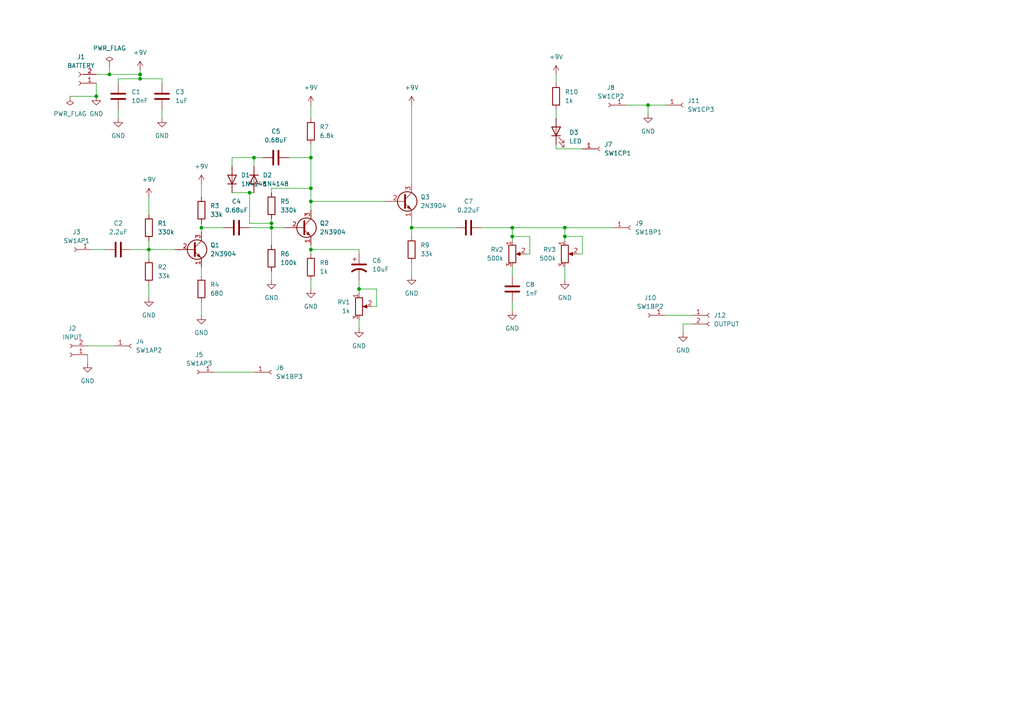
<source format=kicad_sch>
(kicad_sch (version 20211123) (generator eeschema)
  (paper "A4")
  (title_block (title "Overdrive Pedal") (date "2022-08-01") (rev "1.0"))
  (lib_symbols
    (symbol "Connector:Conn_01x01_Female" (pin_names (offset 1.016) hide)
      (property "Reference" "J" (at 0 2.54 0))
      (property "Value" "Conn_01x01_Female" (at 0 -2.54 0))
      (symbol "Conn_01x01_Female_1_1"
        (polyline (pts (xy -1.27 0) (xy -0.508 0)) (stroke (width 0.1524)))
        (arc (start 0 0.508) (mid -0.508 0) (end 0 -0.508) (stroke (width 0.1524)))
        (pin passive line (at -5.08 0 0) (length 3.81) (name "Pin_1") (number "1"))
      )
    )
    (symbol "Connector:Conn_01x02_Female" (pin_names (offset 1.016) hide)
      (property "Reference" "J" (at 0 2.54 0))
      (property "Value" "Conn_01x02_Female" (at 0 -5.08 0))
      (symbol "Conn_01x02_Female_1_1"
        (arc (start 0 -2.032) (mid -0.508 -2.54) (end 0 -3.048) (stroke (width 0.1524)))
        (polyline (pts (xy -1.27 -2.54) (xy -0.508 -2.54)) (stroke (width 0.1524)))
        (polyline (pts (xy -1.27 0) (xy -0.508 0)) (stroke (width 0.1524)))
        (arc (start 0 0.508) (mid -0.508 0) (end 0 -0.508) (stroke (width 0.1524)))
        (pin passive line (at -5.08 0 0) (length 3.81) (name "Pin_1") (number "1"))
        (pin passive line (at -5.08 -2.54 0) (length 3.81) (name "Pin_2") (number "2"))
      )
    )
    (symbol "Device:C" (pin_numbers hide) (pin_names (offset 0.254))
      (property "Reference" "C" (at 0.635 2.54 0))
      (property "Value" "C" (at 0.635 -2.54 0))
      (symbol "C_0_1"
        (polyline (pts (xy -2.032 -0.762) (xy 2.032 -0.762)) (stroke (width 0.508)))
        (polyline (pts (xy -2.032 0.762) (xy 2.032 0.762)) (stroke (width 0.508)))
      )
      (symbol "C_1_1"
        (pin passive line (at 0 3.81 270) (length 2.794) (name "~") (number "1"))
        (pin passive line (at 0 -3.81 90) (length 2.794) (name "~") (number "2"))
      )
    )
    (symbol "Device:C_Polarized_US" (pin_numbers hide) (pin_names (offset 0.254) hide)
      (property "Reference" "C" (at 0.635 2.54 0))
      (property "Value" "C_Polarized_US" (at 0.635 -2.54 0))
      (symbol "C_Polarized_US_0_1"
        (polyline (pts (xy -2.032 0.762) (xy 2.032 0.762)) (stroke (width 0.508)))
        (polyline (pts (xy -1.778 2.286) (xy -0.762 2.286)))
        (polyline (pts (xy -1.27 1.778) (xy -1.27 2.794)))
        (arc (start 2.032 -1.27) (mid 0 -0.5572) (end -2.032 -1.27) (stroke (width 0.508)))
      )
      (symbol "C_Polarized_US_1_1"
        (pin passive line (at 0 3.81 270) (length 2.794) (name "~") (number "1"))
        (pin passive line (at 0 -3.81 90) (length 3.302) (name "~") (number "2"))
      )
    )
    (symbol "Device:LED" (pin_numbers hide) (pin_names (offset 1.016) hide)
      (property "Reference" "D" (at 0 2.54 0))
      (property "Value" "LED" (at 0 -2.54 0))
      (symbol "LED_0_1"
        (polyline (pts (xy -1.27 -1.27) (xy -1.27 1.27)) (stroke (width 0.254)))
        (polyline (pts (xy -1.27 0) (xy 1.27 0)))
        (polyline (pts (xy 1.27 -1.27) (xy 1.27 1.27) (xy -1.27 0) (xy 1.27 -1.27)) (stroke (width 0.254)))
        (polyline (pts (xy -3.048 -0.762) (xy -4.572 -2.286) (xy -3.81 -2.286) (xy -4.572 -2.286) (xy -4.572 -1.524)))
        (polyline (pts (xy -1.778 -0.762) (xy -3.302 -2.286) (xy -2.54 -2.286) (xy -3.302 -2.286) (xy -3.302 -1.524)))
      )
      (symbol "LED_1_1"
        (pin passive line (at -3.81 0 0) (length 2.54) (name "K") (number "1"))
        (pin passive line (at 3.81 0 180) (length 2.54) (name "A") (number "2"))
      )
    )
    (symbol "Device:R" (pin_numbers hide) (pin_names (offset 0))
      (property "Reference" "R" (at 2.032 0 90))
      (property "Value" "R" (at 0 0 90))
      (symbol "R_0_1"
        (rectangle (start -1.016 -2.54) (end 1.016 2.54) (stroke (width 0.254)))
      )
      (symbol "R_1_1"
        (pin passive line (at 0 3.81 270) (length 1.27) (name "~") (number "1"))
        (pin passive line (at 0 -3.81 90) (length 1.27) (name "~") (number "2"))
      )
    )
    (symbol "Device:R_Potentiometer" (pin_names (offset 1.016) hide)
      (property "Reference" "RV" (at -4.445 0 90))
      (property "Value" "R_Potentiometer" (at -2.54 0 90))
      (symbol "R_Potentiometer_0_1"
        (polyline (pts (xy 2.54 0) (xy 1.524 0)))
        (polyline (pts (xy 1.143 0) (xy 2.286 0.508) (xy 2.286 -0.508) (xy 1.143 0)) (fill (type outline)))
        (rectangle (start 1.016 2.54) (end -1.016 -2.54) (stroke (width 0.254)))
      )
      (symbol "R_Potentiometer_1_1"
        (pin passive line (at 0 3.81 270) (length 1.27) (name "1") (number "1"))
        (pin passive line (at 3.81 0 180) (length 1.27) (name "2") (number "2"))
        (pin passive line (at 0 -3.81 90) (length 1.27) (name "3") (number "3"))
      )
    )
    (symbol "Diode:1N4148" (pin_numbers hide) (pin_names (offset 1.016) hide)
      (property "Reference" "D" (at 0 2.54 0))
      (property "Value" "1N4148" (at 0 -2.54 0))
      (symbol "1N4148_0_1"
        (polyline (pts (xy -1.27 1.27) (xy -1.27 -1.27)) (stroke (width 0.254)))
        (polyline (pts (xy 1.27 0) (xy -1.27 0)))
        (polyline (pts (xy 1.27 1.27) (xy 1.27 -1.27) (xy -1.27 0) (xy 1.27 1.27)) (stroke (width 0.254)))
      )
      (symbol "1N4148_1_1"
        (pin passive line (at -3.81 0 0) (length 2.54) (name "K") (number "1"))
        (pin passive line (at 3.81 0 180) (length 2.54) (name "A") (number "2"))
      )
    )
    (symbol "Transistor_BJT:2N3904" (pin_names (offset 0) hide)
      (property "Reference" "Q" (at 5.08 1.905 0))
      (property "Value" "2N3904" (at 5.08 0 0))
      (symbol "2N3904_0_1"
        (polyline (pts (xy 0.635 0.635) (xy 2.54 2.54)))
        (polyline (pts (xy 0.635 -0.635) (xy 2.54 -2.54) (xy 2.54 -2.54)))
        (polyline (pts (xy 0.635 1.905) (xy 0.635 -1.905) (xy 0.635 -1.905)) (stroke (width 0.508)))
        (polyline (pts (xy 1.27 -1.778) (xy 1.778 -1.27) (xy 2.286 -2.286) (xy 1.27 -1.778) (xy 1.27 -1.778)) (fill (type outline)))
        (circle (center 1.27 0) (radius 2.8194) (stroke (width 0.254)))
      )
      (symbol "2N3904_1_1"
        (pin passive line (at 2.54 -5.08 90) (length 2.54) (name "E") (number "1"))
        (pin passive line (at -5.08 0 0) (length 5.715) (name "B") (number "2"))
        (pin passive line (at 2.54 5.08 270) (length 2.54) (name "C") (number "3"))
      )
    )
    (symbol "power:+9V" (power) (pin_names (offset 0))
      (property "Value" "+9V" (at 0 3.556 0))
      (symbol "+9V_0_1"
        (polyline (pts (xy -0.762 1.27) (xy 0 2.54)))
        (polyline (pts (xy 0 0) (xy 0 2.54)))
        (polyline (pts (xy 0 2.54) (xy 0.762 1.27)))
      )
      (symbol "+9V_1_1"
        (pin power_in line (at 0 0 90) (length 0) hide (name "+9V") (number "1"))
      )
    )
    (symbol "power:GND" (power) (pin_names (offset 0))
      (property "Value" "GND" (at 0 -3.81 0))
      (symbol "GND_0_1"
        (polyline (pts (xy 0 0) (xy 0 -1.27) (xy 1.27 -1.27) (xy 0 -2.54) (xy -1.27 -1.27) (xy 0 -1.27)))
      )
      (symbol "GND_1_1"
        (pin power_in line (at 0 0 270) (length 0) hide (name "GND") (number "1"))
      )
    )
    (symbol "power:PWR_FLAG" (power) (pin_numbers hide) (pin_names (offset 0) hide)
      (property "Value" "PWR_FLAG" (at 0 3.81 0))
      (symbol "PWR_FLAG_0_0"
        (pin power_out line (at 0 0 90) (length 0) (name "pwr") (number "1"))
      )
      (symbol "PWR_FLAG_0_1"
        (polyline (pts (xy 0 0) (xy 0 1.27) (xy -1.016 1.905) (xy 0 2.54) (xy 1.016 1.905) (xy 0 1.27)))
      )
    )
  )
  (junction (at 148.59 66.04))
  (junction (at 72.39 55.88))
  (junction (at 40.64 22.86))
  (junction (at 40.64 21.59))
  (junction (at 31.75 21.59))
  (junction (at 78.74 64.77))
  (junction (at 27.94 27.94))
  (junction (at 90.17 72.39))
  (junction (at 163.83 66.04))
  (junction (at 90.17 58.42))
  (junction (at 119.38 66.04))
  (junction (at 78.74 66.04))
  (junction (at 43.18 72.39))
  (junction (at 58.42 66.04))
  (junction (at 104.14 83.82))
  (junction (at 90.17 54.61))
  (junction (at 187.96 30.48))
  (junction (at 90.17 45.72))
  (junction (at 73.66 45.72))
  (junction (at 148.59 68.58))
  (junction (at 163.83 68.58))
  (wire (pts (xy 78.74 66.04) (xy 82.55 66.04)))
  (wire (pts (xy 104.14 81.28) (xy 104.14 83.82)))
  (wire (pts (xy 90.17 72.39) (xy 90.17 73.66)))
  (wire (pts (xy 40.64 21.59) (xy 40.64 22.86)))
  (wire (pts (xy 78.74 54.61) (xy 90.17 54.61)))
  (wire (pts (xy 109.22 83.82) (xy 109.22 88.9)))
  (wire (pts (xy 27.94 24.13) (xy 27.94 27.94)))
  (wire (pts (xy 119.38 63.5) (xy 119.38 66.04)))
  (wire (pts (xy 67.31 55.88) (xy 72.39 55.88)))
  (wire (pts (xy 163.83 66.04) (xy 177.8 66.04)))
  (wire (pts (xy 58.42 87.63) (xy 58.42 91.44)))
  (wire (pts (xy 25.4 100.33) (xy 33.02 100.33)))
  (wire (pts (xy 148.59 68.58) (xy 153.67 68.58)))
  (wire (pts (xy 119.38 66.04) (xy 119.38 68.58)))
  (wire (pts (xy 78.74 63.5) (xy 78.74 64.77)))
  (wire (pts (xy 168.91 68.58) (xy 168.91 73.66)))
  (wire (pts (xy 163.83 66.04) (xy 163.83 68.58)))
  (wire (pts (xy 104.14 83.82) (xy 104.14 85.09)))
  (wire (pts (xy 78.74 66.04) (xy 78.74 71.12)))
  (wire (pts (xy 163.83 68.58) (xy 168.91 68.58)))
  (wire (pts (xy 161.29 21.59) (xy 161.29 24.13)))
  (wire (pts (xy 163.83 77.47) (xy 163.83 81.28)))
  (wire (pts (xy 90.17 71.12) (xy 90.17 72.39)))
  (wire (pts (xy 43.18 69.85) (xy 43.18 72.39)))
  (wire (pts (xy 187.96 30.48) (xy 193.04 30.48)))
  (wire (pts (xy 78.74 78.74) (xy 78.74 81.28)))
  (wire (pts (xy 90.17 81.28) (xy 90.17 83.82)))
  (wire (pts (xy 139.7 66.04) (xy 148.59 66.04)))
  (wire (pts (xy 119.38 66.04) (xy 132.08 66.04)))
  (wire (pts (xy 200.66 93.98) (xy 198.12 93.98)))
  (wire (pts (xy 72.39 64.77) (xy 78.74 64.77)))
  (wire (pts (xy 148.59 77.47) (xy 148.59 80.01)))
  (wire (pts (xy 163.83 68.58) (xy 163.83 69.85)))
  (wire (pts (xy 78.74 64.77) (xy 78.74 66.04)))
  (wire (pts (xy 43.18 57.15) (xy 43.18 62.23)))
  (wire (pts (xy 73.66 45.72) (xy 67.31 45.72)))
  (wire (pts (xy 119.38 76.2) (xy 119.38 80.01)))
  (wire (pts (xy 161.29 43.18) (xy 168.91 43.18)))
  (wire (pts (xy 83.82 45.72) (xy 90.17 45.72)))
  (wire (pts (xy 148.59 66.04) (xy 148.59 68.58)))
  (wire (pts (xy 43.18 72.39) (xy 50.8 72.39)))
  (wire (pts (xy 38.1 72.39) (xy 43.18 72.39)))
  (wire (pts (xy 153.67 68.58) (xy 153.67 73.66)))
  (wire (pts (xy 58.42 53.34) (xy 58.42 57.15)))
  (wire (pts (xy 20.32 27.94) (xy 27.94 27.94)))
  (wire (pts (xy 26.67 72.39) (xy 30.48 72.39)))
  (wire (pts (xy 72.39 55.88) (xy 73.66 55.88)))
  (wire (pts (xy 104.14 92.71) (xy 104.14 95.25)))
  (wire (pts (xy 43.18 82.55) (xy 43.18 86.36)))
  (wire (pts (xy 58.42 66.04) (xy 58.42 67.31)))
  (wire (pts (xy 90.17 58.42) (xy 90.17 60.96)))
  (wire (pts (xy 152.4 73.66) (xy 153.67 73.66)))
  (wire (pts (xy 187.96 30.48) (xy 187.96 33.02)))
  (wire (pts (xy 161.29 41.91) (xy 161.29 43.18)))
  (wire (pts (xy 46.99 31.75) (xy 46.99 34.29)))
  (wire (pts (xy 34.29 31.75) (xy 34.29 34.29)))
  (wire (pts (xy 90.17 30.48) (xy 90.17 34.29)))
  (wire (pts (xy 34.29 22.86) (xy 40.64 22.86)))
  (wire (pts (xy 72.39 66.04) (xy 78.74 66.04)))
  (wire (pts (xy 67.31 45.72) (xy 67.31 48.26)))
  (wire (pts (xy 198.12 93.98) (xy 198.12 96.52)))
  (wire (pts (xy 167.64 73.66) (xy 168.91 73.66)))
  (wire (pts (xy 90.17 41.91) (xy 90.17 45.72)))
  (wire (pts (xy 90.17 45.72) (xy 90.17 54.61)))
  (wire (pts (xy 58.42 66.04) (xy 64.77 66.04)))
  (wire (pts (xy 78.74 55.88) (xy 78.74 54.61)))
  (wire (pts (xy 161.29 31.75) (xy 161.29 34.29)))
  (wire (pts (xy 148.59 87.63) (xy 148.59 90.17)))
  (wire (pts (xy 104.14 72.39) (xy 104.14 73.66)))
  (wire (pts (xy 90.17 58.42) (xy 111.76 58.42)))
  (wire (pts (xy 193.04 91.44) (xy 200.66 91.44)))
  (wire (pts (xy 31.75 19.05) (xy 31.75 21.59)))
  (wire (pts (xy 43.18 72.39) (xy 43.18 74.93)))
  (wire (pts (xy 31.75 21.59) (xy 40.64 21.59)))
  (wire (pts (xy 25.4 102.87) (xy 25.4 105.41)))
  (wire (pts (xy 90.17 72.39) (xy 104.14 72.39)))
  (wire (pts (xy 58.42 77.47) (xy 58.42 80.01)))
  (wire (pts (xy 148.59 66.04) (xy 163.83 66.04)))
  (wire (pts (xy 107.95 88.9) (xy 109.22 88.9)))
  (wire (pts (xy 40.64 22.86) (xy 46.99 22.86)))
  (wire (pts (xy 119.38 30.48) (xy 119.38 53.34)))
  (wire (pts (xy 27.94 21.59) (xy 31.75 21.59)))
  (wire (pts (xy 34.29 24.13) (xy 34.29 22.86)))
  (wire (pts (xy 62.23 107.95) (xy 73.66 107.95)))
  (wire (pts (xy 90.17 54.61) (xy 90.17 58.42)))
  (wire (pts (xy 76.2 45.72) (xy 73.66 45.72)))
  (wire (pts (xy 58.42 64.77) (xy 58.42 66.04)))
  (wire (pts (xy 148.59 68.58) (xy 148.59 69.85)))
  (wire (pts (xy 73.66 45.72) (xy 73.66 48.26)))
  (wire (pts (xy 104.14 83.82) (xy 109.22 83.82)))
  (wire (pts (xy 46.99 22.86) (xy 46.99 24.13)))
  (wire (pts (xy 181.61 30.48) (xy 187.96 30.48)))
  (wire (pts (xy 72.39 55.88) (xy 72.39 64.77)))
  (wire (pts (xy 40.64 20.32) (xy 40.64 21.59)))
  (symbol (lib_id "power:PWR_FLAG") (at 20.32 27.94 180) (unit 1)
    (property "Reference" "#FLG01" (effects hide))
    (property "Value" "PWR_FLAG" (at 20.32 33.02 0))
  )
  (symbol (lib_id "Device:C") (at 34.29 72.39 270) (unit 1)
    (property "Reference" "C2" (at 34.29 64.77 90))
    (property "Value" "2.2uF" (at 34.29 67.31 90))
    (property "Footprint" "Capacitor_THT:C_Disc_D3.0mm_W1.6mm_P2.50mm" (effects hide))
  )
  (symbol (lib_id "Connector:Conn_01x01_Female") (at 173.99 43.18 0) (unit 1)
    (property "Reference" "J7" (at 175.26 41.9099 0) (effects (justify left)))
    (property "Value" "SW1CP1" (at 175.26 44.4499 0) (effects (justify left)))
    (property "Footprint" "Connector_Pin:Pin_D1.0mm_L10.0mm" (effects hide))
  )
  (symbol (lib_id "Device:R") (at 78.74 74.93 0) (unit 1)
    (property "Reference" "R6" (at 81.28 73.6599 0) (effects (justify left)))
    (property "Value" "100k" (at 81.28 76.1999 0) (effects (justify left)))
    (property "Footprint" "Resistor_THT:R_Axial_DIN0309_L9.0mm_D3.2mm_P12.70mm_Horizontal" (effects hide))
  )
  (symbol (lib_id "power:GND") (at 27.94 27.94 0) (unit 1)
    (property "Reference" "#PWR01" (effects hide))
    (property "Value" "GND" (at 27.94 33.02 0))
  )
  (symbol (lib_id "Device:C") (at 148.59 83.82 0) (unit 1)
    (property "Reference" "C8" (at 152.4 82.5499 0) (effects (justify left)))
    (property "Value" "1nF" (at 152.4 85.0899 0) (effects (justify left)))
    (property "Footprint" "Capacitor_THT:C_Disc_D3.0mm_W1.6mm_P2.50mm" (effects hide))
  )
  (symbol (lib_id "Device:R") (at 119.38 72.39 0) (unit 1)
    (property "Reference" "R9" (at 121.92 71.1199 0) (effects (justify left)))
    (property "Value" "33k" (at 121.92 73.6599 0) (effects (justify left)))
    (property "Footprint" "Resistor_THT:R_Axial_DIN0309_L9.0mm_D3.2mm_P12.70mm_Horizontal" (effects hide))
  )
  (symbol (lib_id "power:+9V") (at 90.17 30.48 0) (unit 1)
    (property "Reference" "#PWR011" (effects hide))
    (property "Value" "+9V" (at 90.17 25.4 0))
  )
  (symbol (lib_id "Connector:Conn_01x01_Female") (at 78.74 107.95 0) (unit 1)
    (property "Reference" "J6" (at 80.01 106.6799 0) (effects (justify left)))
    (property "Value" "SW1BP3" (at 80.01 109.2199 0) (effects (justify left)))
    (property "Footprint" "Connector_Pin:Pin_D1.0mm_L10.0mm" (effects hide))
  )
  (symbol (lib_id "Device:R") (at 90.17 38.1 0) (unit 1)
    (property "Reference" "R7" (at 92.71 36.8299 0) (effects (justify left)))
    (property "Value" "6.8k" (at 92.71 39.3699 0) (effects (justify left)))
    (property "Footprint" "Resistor_THT:R_Axial_DIN0309_L9.0mm_D3.2mm_P12.70mm_Horizontal" (effects hide))
  )
  (symbol (lib_id "power:GND") (at 119.38 80.01 0) (unit 1)
    (property "Reference" "#PWR015" (effects hide))
    (property "Value" "GND" (at 119.38 85.09 0))
  )
  (symbol (lib_id "Diode:1N4148") (at 67.31 52.07 90) (unit 1)
    (property "Reference" "D1" (at 69.85 50.7999 90) (effects (justify right)))
    (property "Value" "1N4148" (at 69.85 53.3399 90) (effects (justify right)))
    (property "Footprint" "Diode_THT:D_DO-35_SOD27_P7.62mm_Horizontal" (effects hide))
    (property "Datasheet" "https://assets.nexperia.com/documents/data-sheet/1N4148_1N4448.pdf" (effects hide))
  )
  (symbol (lib_id "Connector:Conn_01x01_Female") (at 198.12 30.48 0) (unit 1)
    (property "Reference" "J11" (at 199.39 29.2099 0) (effects (justify left)))
    (property "Value" "SW1CP3" (at 199.39 31.7499 0) (effects (justify left)))
    (property "Footprint" "Connector_Pin:Pin_D1.0mm_L10.0mm" (effects hide))
  )
  (symbol (lib_id "Device:R") (at 161.29 27.94 0) (unit 1)
    (property "Reference" "R10" (at 163.83 26.6699 0) (effects (justify left)))
    (property "Value" "1k" (at 163.83 29.2099 0) (effects (justify left)))
    (property "Footprint" "Resistor_THT:R_Axial_DIN0309_L9.0mm_D3.2mm_P12.70mm_Horizontal" (effects hide))
  )
  (symbol (lib_id "Connector:Conn_01x01_Female") (at 57.15 107.95 180) (unit 1)
    (property "Reference" "J5" (at 57.785 102.87 0))
    (property "Value" "SW1AP3" (at 57.785 105.41 0))
    (property "Footprint" "Connector_Pin:Pin_D1.0mm_L10.0mm" (effects hide))
  )
  (symbol (lib_id "power:+9V") (at 43.18 57.15 0) (unit 1)
    (property "Reference" "#PWR06" (effects hide))
    (property "Value" "+9V" (at 43.18 52.07 0))
  )
  (symbol (lib_id "power:GND") (at 198.12 96.52 0) (unit 1)
    (property "Reference" "#PWR020" (effects hide))
    (property "Value" "GND" (at 198.12 101.6 0))
  )
  (symbol (lib_id "power:+9V") (at 119.38 30.48 0) (unit 1)
    (property "Reference" "#PWR014" (effects hide))
    (property "Value" "+9V" (at 119.38 25.4 0))
  )
  (symbol (lib_id "Device:C_Polarized_US") (at 104.14 77.47 0) (unit 1)
    (property "Reference" "C6" (at 107.95 75.5649 0) (effects (justify left)))
    (property "Value" "10uF" (at 107.95 78.1049 0) (effects (justify left)))
    (property "Footprint" "Capacitor_THT:CP_Radial_D4.0mm_P2.00mm" (effects hide))
  )
  (symbol (lib_id "Device:R") (at 58.42 60.96 0) (unit 1)
    (property "Reference" "R3" (at 60.96 59.6899 0) (effects (justify left)))
    (property "Value" "33k" (at 60.96 62.2299 0) (effects (justify left)))
    (property "Footprint" "Resistor_THT:R_Axial_DIN0309_L9.0mm_D3.2mm_P12.70mm_Horizontal" (effects hide))
  )
  (symbol (lib_id "power:GND") (at 187.96 33.02 0) (unit 1)
    (property "Reference" "#PWR019" (effects hide))
    (property "Value" "GND" (at 187.96 38.1 0))
  )
  (symbol (lib_id "power:+9V") (at 161.29 21.59 0) (unit 1)
    (property "Reference" "#PWR017" (effects hide))
    (property "Value" "+9V" (at 161.29 16.51 0))
  )
  (symbol (lib_id "Transistor_BJT:2N3904") (at 55.88 72.39 0) (unit 1)
    (property "Reference" "Q1" (at 60.96 71.1199 0) (effects (justify left)))
    (property "Value" "2N3904" (at 60.96 73.6599 0) (effects (justify left)))
    (property "Footprint" "Package_TO_SOT_THT:TO-92_Inline" (effects hide))
    (property "Datasheet" "https://www.onsemi.com/pub/Collateral/2N3903-D.PDF" (effects hide))
  )
  (symbol (lib_id "Connector:Conn_01x02_Female") (at 205.74 91.44 0) (unit 1)
    (property "Reference" "J12" (at 207.01 91.4399 0) (effects (justify left)))
    (property "Value" "OUTPUT" (at 207.01 93.9799 0) (effects (justify left)))
    (property "Footprint" "Connector_PinSocket_2.54mm:PinSocket_1x02_P2.54mm_Vertical" (effects hide))
  )
  (symbol (lib_id "Device:R_Potentiometer") (at 163.83 73.66 0) (unit 1)
    (property "Reference" "RV3" (at 161.29 72.3899 0) (effects (justify right)))
    (property "Value" "500k" (at 161.29 74.9299 0) (effects (justify right)))
    (property "Footprint" "Potentiometer_THT:Potentiometer_Bourns_3386C_Horizontal" (effects hide))
  )
  (symbol (lib_id "Device:C") (at 34.29 27.94 0) (unit 1)
    (property "Reference" "C1" (at 38.1 26.6699 0) (effects (justify left)))
    (property "Value" "10nF" (at 38.1 29.2099 0) (effects (justify left)))
    (property "Footprint" "Capacitor_THT:C_Disc_D3.0mm_W1.6mm_P2.50mm" (effects hide))
  )
  (symbol (lib_id "power:GND") (at 104.14 95.25 0) (unit 1)
    (property "Reference" "#PWR013" (effects hide))
    (property "Value" "GND" (at 104.14 100.33 0))
  )
  (symbol (lib_id "power:GND") (at 46.99 34.29 0) (unit 1)
    (property "Reference" "#PWR05" (effects hide))
    (property "Value" "GND" (at 46.99 39.37 0))
  )
  (symbol (lib_id "Device:R_Potentiometer") (at 148.59 73.66 0) (unit 1)
    (property "Reference" "RV2" (at 146.05 72.3899 0) (effects (justify right)))
    (property "Value" "500k" (at 146.05 74.9299 0) (effects (justify right)))
    (property "Footprint" "Potentiometer_THT:Potentiometer_Bourns_3386C_Horizontal" (effects hide))
  )
  (symbol (lib_id "Device:C") (at 68.58 66.04 270) (unit 1)
    (property "Reference" "C4" (at 68.58 58.42 90))
    (property "Value" "0.68uF" (at 68.58 60.96 90))
    (property "Footprint" "Capacitor_THT:C_Disc_D3.0mm_W1.6mm_P2.50mm" (effects hide))
  )
  (symbol (lib_id "power:PWR_FLAG") (at 31.75 19.05 0) (unit 1)
    (property "Reference" "#FLG02" (effects hide))
    (property "Value" "PWR_FLAG" (at 31.75 13.97 0))
  )
  (symbol (lib_id "Connector:Conn_01x01_Female") (at 182.88 66.04 0) (unit 1)
    (property "Reference" "J9" (at 184.15 64.7699 0) (effects (justify left)))
    (property "Value" "SW1BP1" (at 184.15 67.3099 0) (effects (justify left)))
    (property "Footprint" "Connector_Pin:Pin_D1.0mm_L10.0mm" (effects hide))
  )
  (symbol (lib_id "Device:R") (at 43.18 78.74 0) (unit 1)
    (property "Reference" "R2" (at 45.72 77.4699 0) (effects (justify left)))
    (property "Value" "33k" (at 45.72 80.0099 0) (effects (justify left)))
    (property "Footprint" "Resistor_THT:R_Axial_DIN0309_L9.0mm_D3.2mm_P12.70mm_Horizontal" (effects hide))
  )
  (symbol (lib_id "power:+9V") (at 58.42 53.34 0) (unit 1)
    (property "Reference" "#PWR08" (effects hide))
    (property "Value" "+9V" (at 58.42 48.26 0))
  )
  (symbol (lib_id "power:GND") (at 34.29 34.29 0) (unit 1)
    (property "Reference" "#PWR03" (effects hide))
    (property "Value" "GND" (at 34.29 39.37 0))
  )
  (symbol (lib_id "Transistor_BJT:2N3904") (at 116.84 58.42 0) (unit 1)
    (property "Reference" "Q3" (at 121.92 57.1499 0) (effects (justify left)))
    (property "Value" "2N3904" (at 121.92 59.6899 0) (effects (justify left)))
    (property "Footprint" "Package_TO_SOT_THT:TO-92_Inline" (effects hide))
    (property "Datasheet" "https://www.onsemi.com/pub/Collateral/2N3903-D.PDF" (effects hide))
  )
  (symbol (lib_id "Connector:Conn_01x01_Female") (at 176.53 30.48 180) (unit 1)
    (property "Reference" "J8" (at 177.165 25.4 0))
    (property "Value" "SW1CP2" (at 177.165 27.94 0))
    (property "Footprint" "Connector_Pin:Pin_D1.0mm_L10.0mm" (effects hide))
  )
  (symbol (lib_id "Connector:Conn_01x02_Female") (at 20.32 102.87 180) (unit 1)
    (property "Reference" "J2" (at 20.955 95.25 0))
    (property "Value" "INPUT" (at 20.955 97.79 0))
    (property "Footprint" "Connector_PinSocket_2.54mm:PinSocket_1x02_P2.54mm_Vertical" (effects hide))
  )
  (symbol (lib_id "power:GND") (at 78.74 81.28 0) (unit 1)
    (property "Reference" "#PWR010" (effects hide))
    (property "Value" "GND" (at 78.74 86.36 0))
  )
  (symbol (lib_id "Device:C") (at 135.89 66.04 270) (unit 1)
    (property "Reference" "C7" (at 135.89 58.42 90))
    (property "Value" "0.22uF" (at 135.89 60.96 90))
    (property "Footprint" "Capacitor_THT:C_Disc_D3.0mm_W1.6mm_P2.50mm" (effects hide))
  )
  (symbol (lib_id "power:GND") (at 90.17 83.82 0) (unit 1)
    (property "Reference" "#PWR012" (effects hide))
    (property "Value" "GND" (at 90.17 88.9 0))
  )
  (symbol (lib_id "power:GND") (at 43.18 86.36 0) (unit 1)
    (property "Reference" "#PWR07" (effects hide))
    (property "Value" "GND" (at 43.18 91.44 0))
  )
  (symbol (lib_id "Connector:Conn_01x01_Female") (at 187.96 91.44 180) (unit 1)
    (property "Reference" "J10" (at 188.595 86.36 0))
    (property "Value" "SW1BP2" (at 188.595 88.9 0))
    (property "Footprint" "Connector_Pin:Pin_D1.0mm_L10.0mm" (effects hide))
  )
  (symbol (lib_id "Diode:1N4148") (at 73.66 52.07 270) (unit 1)
    (property "Reference" "D2" (at 76.2 50.7999 90) (effects (justify left)))
    (property "Value" "1N4148" (at 76.2 53.3399 90) (effects (justify left)))
    (property "Footprint" "Diode_THT:D_DO-35_SOD27_P7.62mm_Horizontal" (effects hide))
    (property "Datasheet" "https://assets.nexperia.com/documents/data-sheet/1N4148_1N4448.pdf" (effects hide))
  )
  (symbol (lib_id "Device:R_Potentiometer") (at 104.14 88.9 0) (unit 1)
    (property "Reference" "RV1" (at 101.6 87.6299 0) (effects (justify right)))
    (property "Value" "1k" (at 101.6 90.1699 0) (effects (justify right)))
    (property "Footprint" "Potentiometer_THT:Potentiometer_Bourns_3386C_Horizontal" (effects hide))
  )
  (symbol (lib_id "power:GND") (at 25.4 105.41 0) (unit 1)
    (property "Reference" "#PWR02" (effects hide))
    (property "Value" "GND" (at 25.4 110.49 0))
  )
  (symbol (lib_id "Device:R") (at 58.42 83.82 0) (unit 1)
    (property "Reference" "R4" (at 60.96 82.5499 0) (effects (justify left)))
    (property "Value" "680" (at 60.96 85.0899 0) (effects (justify left)))
    (property "Footprint" "Resistor_THT:R_Axial_DIN0309_L9.0mm_D3.2mm_P12.70mm_Horizontal" (effects hide))
  )
  (symbol (lib_id "Device:C") (at 46.99 27.94 0) (unit 1)
    (property "Reference" "C3" (at 50.8 26.6699 0) (effects (justify left)))
    (property "Value" "1uF" (at 50.8 29.2099 0) (effects (justify left)))
    (property "Footprint" "Capacitor_THT:C_Disc_D3.0mm_W1.6mm_P2.50mm" (effects hide))
  )
  (symbol (lib_id "Connector:Conn_01x01_Female") (at 21.59 72.39 180) (unit 1)
    (property "Reference" "J3" (at 22.225 67.31 0))
    (property "Value" "SW1AP1" (at 22.225 69.85 0))
    (property "Footprint" "Connector_Pin:Pin_D1.0mm_L10.0mm" (effects hide))
  )
  (symbol (lib_id "Device:R") (at 43.18 66.04 0) (unit 1)
    (property "Reference" "R1" (at 45.72 64.7699 0) (effects (justify left)))
    (property "Value" "330k" (at 45.72 67.3099 0) (effects (justify left)))
    (property "Footprint" "Resistor_THT:R_Axial_DIN0309_L9.0mm_D3.2mm_P12.70mm_Horizontal" (effects hide))
  )
  (symbol (lib_id "Connector:Conn_01x02_Female") (at 22.86 24.13 180) (unit 1)
    (property "Reference" "J1" (at 23.495 16.51 0))
    (property "Value" "BATTERY" (at 23.495 19.05 0))
    (property "Footprint" "Connector_PinSocket_2.54mm:PinSocket_1x02_P2.54mm_Vertical" (effects hide))
  )
  (symbol (lib_id "Device:R") (at 78.74 59.69 0) (unit 1)
    (property "Reference" "R5" (at 81.28 58.4199 0) (effects (justify left)))
    (property "Value" "330k" (at 81.28 60.9599 0) (effects (justify left)))
    (property "Footprint" "Resistor_THT:R_Axial_DIN0309_L9.0mm_D3.2mm_P12.70mm_Horizontal" (effects hide))
  )
  (symbol (lib_id "power:+9V") (at 40.64 20.32 0) (unit 1)
    (property "Reference" "#PWR04" (effects hide))
    (property "Value" "+9V" (at 40.64 15.24 0))
  )
  (symbol (lib_id "power:GND") (at 148.59 90.17 0) (unit 1)
    (property "Reference" "#PWR016" (effects hide))
    (property "Value" "GND" (at 148.59 95.25 0))
  )
  (symbol (lib_id "Device:R") (at 90.17 77.47 0) (unit 1)
    (property "Reference" "R8" (at 92.71 76.1999 0) (effects (justify left)))
    (property "Value" "1k" (at 92.71 78.7399 0) (effects (justify left)))
    (property "Footprint" "Resistor_THT:R_Axial_DIN0309_L9.0mm_D3.2mm_P12.70mm_Horizontal" (effects hide))
  )
  (symbol (lib_id "Device:LED") (at 161.29 38.1 90) (unit 1)
    (property "Reference" "D3" (at 165.1 38.4174 90) (effects (justify right)))
    (property "Value" "LED" (at 165.1 40.9574 90) (effects (justify right)))
    (property "Footprint" "LED_THT:LED_D3.0mm" (effects hide))
  )
  (symbol (lib_id "power:GND") (at 58.42 91.44 0) (unit 1)
    (property "Reference" "#PWR09" (effects hide))
    (property "Value" "GND" (at 58.42 96.52 0))
  )
  (symbol (lib_id "Device:C") (at 80.01 45.72 270) (unit 1)
    (property "Reference" "C5" (at 80.01 38.1 90))
    (property "Value" "0.68uF" (at 80.01 40.64 90))
    (property "Footprint" "Capacitor_THT:C_Disc_D3.0mm_W1.6mm_P2.50mm" (effects hide))
  )
  (symbol (lib_id "Transistor_BJT:2N3904") (at 87.63 66.04 0) (unit 1)
    (property "Reference" "Q2" (at 92.71 64.7699 0) (effects (justify left)))
    (property "Value" "2N3904" (at 92.71 67.3099 0) (effects (justify left)))
    (property "Footprint" "Package_TO_SOT_THT:TO-92_Inline" (effects hide))
    (property "Datasheet" "https://www.onsemi.com/pub/Collateral/2N3903-D.PDF" (effects hide))
  )
  (symbol (lib_id "power:GND") (at 163.83 81.28 0) (unit 1)
    (property "Reference" "#PWR018" (effects hide))
    (property "Value" "GND" (at 163.83 86.36 0))
  )
  (symbol (lib_id "Connector:Conn_01x01_Female") (at 38.1 100.33 0) (unit 1)
    (property "Reference" "J4" (at 39.37 99.0599 0) (effects (justify left)))
    (property "Value" "SW1AP2" (at 39.37 101.5999 0) (effects (justify left)))
    (property "Footprint" "Connector_Pin:Pin_D1.0mm_L10.0mm" (effects hide))
  )
)
</source>
